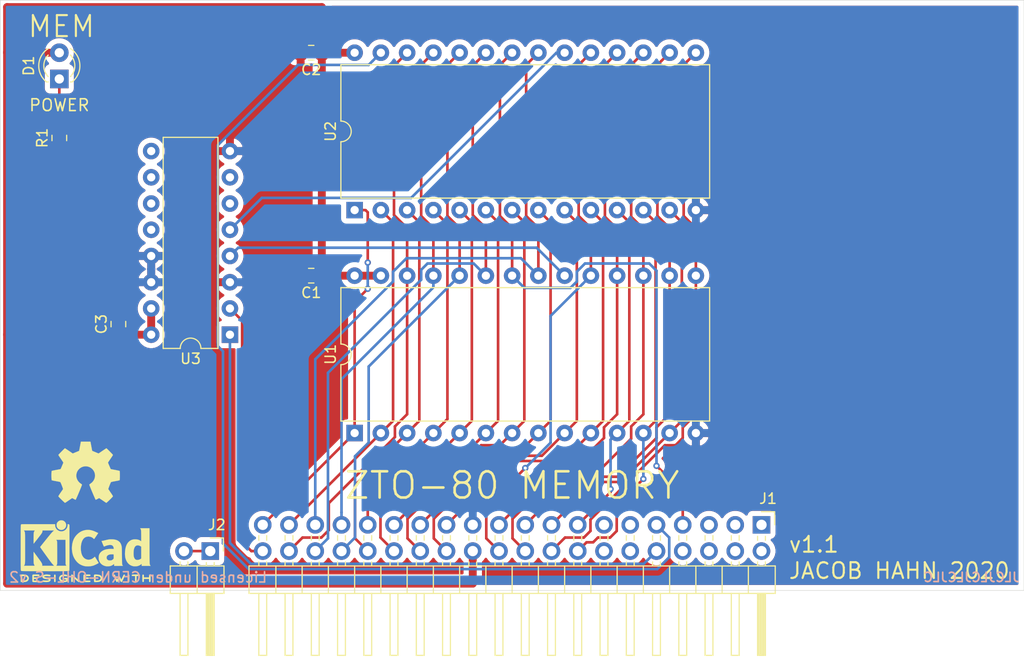
<source format=kicad_pcb>
(kicad_pcb (version 20171130) (host pcbnew "(5.1.5)-3")
  (layers (0 F.Cu signal) (31 B.Cu signal) (34 B.Paste user) (35 F.Paste user) (36 B.SilkS user) (37 F.SilkS user) (38 B.Mask user) (39 F.Mask user) (44 Edge.Cuts user))
  (net 0 "")
  (net 1 VCC)
  (net 2 "Net-(D1-Pad1)")
  (net 3 /USR4)
  (net 4 /USR3)
  (net 5 /USR2)
  (net 6 /USR1)
  (net 7 /RXB)
  (net 8 /TXB)
  (net 9 /RD)
  (net 10 /IORQ)
  (net 11 /WR)
  (net 12 /MREQ)
  (net 13 /INT)
  (net 14 /RST)
  (net 15 /M1)
  (net 16 /CLK)
  (net 17 /D0)
  (net 18 /D1)
  (net 19 /D2)
  (net 20 /D3)
  (net 21 /D4)
  (net 22 /D5)
  (net 23 /D6)
  (net 24 /D7)
  (net 25 GND)
  (net 26 /A0)
  (net 27 /A1)
  (net 28 /A2)
  (net 29 /A3)
  (net 30 /A4)
  (net 31 /A5)
  (net 32 /A6)
  (net 33 /A7)
  (net 34 /A8)
  (net 35 /A9)
  (net 36 /A10)
  (net 37 /A11)
  (net 38 /A12)
  (net 39 /A13)
  (net 40 /A14)
  (net 41 /A15)
  (net 42 /IEI)
  (net 43 /ROMCE)
  (net 44 /RAMCE)
  (net 45 "Net-(U3-Pad7)")
  (net 46 "Net-(U3-Pad6)")
  (net 47 "Net-(U3-Pad12)")
  (net 48 "Net-(U3-Pad11)")
  (net 49 "Net-(U3-Pad10)")
  (net 50 "Net-(U3-Pad9)")
  (module Connector_PinHeader_2.54mm:PinHeader_2x20_P2.54mm_Horizontal (layer F.Cu) (at 169.545 113.665 270)
    (fp_text reference J1 (at -2.54 -0.635 180) (layer F.SilkS))
    (fp_text value "ZTO-80 Bus")
    (pad 40 thru_hole oval (at 2.54 48.26 270) (size 1.7 1.7) (drill 1) (layers *.Cu *.Mask) (net 41 /A15))
    (pad 39 thru_hole oval (at 0 48.26 270) (size 1.7 1.7) (drill 1) (layers *.Cu *.Mask) (net 40 /A14))
    (pad 38 thru_hole oval (at 2.54 45.72 270) (size 1.7 1.7) (drill 1) (layers *.Cu *.Mask) (net 39 /A13))
    (pad 37 thru_hole oval (at 0 45.72 270) (size 1.7 1.7) (drill 1) (layers *.Cu *.Mask) (net 38 /A12))
    (pad 36 thru_hole oval (at 2.54 43.18 270) (size 1.7 1.7) (drill 1) (layers *.Cu *.Mask) (net 37 /A11))
    (pad 35 thru_hole oval (at 0 43.18 270) (size 1.7 1.7) (drill 1) (layers *.Cu *.Mask) (net 36 /A10))
    (pad 34 thru_hole oval (at 2.54 40.64 270) (size 1.7 1.7) (drill 1) (layers *.Cu *.Mask) (net 35 /A9))
    (pad 33 thru_hole oval (at 0 40.64 270) (size 1.7 1.7) (drill 1) (layers *.Cu *.Mask) (net 34 /A8))
    (pad 32 thru_hole oval (at 2.54 38.1 270) (size 1.7 1.7) (drill 1) (layers *.Cu *.Mask) (net 33 /A7))
    (pad 31 thru_hole oval (at 0 38.1 270) (size 1.7 1.7) (drill 1) (layers *.Cu *.Mask) (net 32 /A6))
    (pad 30 thru_hole oval (at 2.54 35.56 270) (size 1.7 1.7) (drill 1) (layers *.Cu *.Mask) (net 31 /A5))
    (pad 29 thru_hole oval (at 0 35.56 270) (size 1.7 1.7) (drill 1) (layers *.Cu *.Mask) (net 30 /A4))
    (pad 28 thru_hole oval (at 2.54 33.02 270) (size 1.7 1.7) (drill 1) (layers *.Cu *.Mask) (net 29 /A3))
    (pad 27 thru_hole oval (at 0 33.02 270) (size 1.7 1.7) (drill 1) (layers *.Cu *.Mask) (net 28 /A2))
    (pad 26 thru_hole oval (at 2.54 30.48 270) (size 1.7 1.7) (drill 1) (layers *.Cu *.Mask) (net 27 /A1))
    (pad 25 thru_hole oval (at 0 30.48 270) (size 1.7 1.7) (drill 1) (layers *.Cu *.Mask) (net 26 /A0))
    (pad 24 thru_hole oval (at 2.54 27.94 270) (size 1.7 1.7) (drill 1) (layers *.Cu *.Mask) (net 1 VCC))
    (pad 23 thru_hole oval (at 0 27.94 270) (size 1.7 1.7) (drill 1) (layers *.Cu *.Mask) (net 25 GND))
    (pad 22 thru_hole oval (at 2.54 25.4 270) (size 1.7 1.7) (drill 1) (layers *.Cu *.Mask) (net 24 /D7))
    (pad 21 thru_hole oval (at 0 25.4 270) (size 1.7 1.7) (drill 1) (layers *.Cu *.Mask) (net 23 /D6))
    (pad 20 thru_hole oval (at 2.54 22.86 270) (size 1.7 1.7) (drill 1) (layers *.Cu *.Mask) (net 22 /D5))
    (pad 19 thru_hole oval (at 0 22.86 270) (size 1.7 1.7) (drill 1) (layers *.Cu *.Mask) (net 21 /D4))
    (pad 18 thru_hole oval (at 2.54 20.32 270) (size 1.7 1.7) (drill 1) (layers *.Cu *.Mask) (net 20 /D3))
    (pad 17 thru_hole oval (at 0 20.32 270) (size 1.7 1.7) (drill 1) (layers *.Cu *.Mask) (net 19 /D2))
    (pad 16 thru_hole oval (at 2.54 17.78 270) (size 1.7 1.7) (drill 1) (layers *.Cu *.Mask) (net 18 /D1))
    (pad 15 thru_hole oval (at 0 17.78 270) (size 1.7 1.7) (drill 1) (layers *.Cu *.Mask) (net 17 /D0))
    (pad 14 thru_hole oval (at 2.54 15.24 270) (size 1.7 1.7) (drill 1) (layers *.Cu *.Mask) (net 16 /CLK))
    (pad 13 thru_hole oval (at 0 15.24 270) (size 1.7 1.7) (drill 1) (layers *.Cu *.Mask) (net 15 /M1))
    (pad 12 thru_hole oval (at 2.54 12.7 270) (size 1.7 1.7) (drill 1) (layers *.Cu *.Mask) (net 14 /RST))
    (pad 11 thru_hole oval (at 0 12.7 270) (size 1.7 1.7) (drill 1) (layers *.Cu *.Mask) (net 13 /INT))
    (pad 10 thru_hole oval (at 2.54 10.16 270) (size 1.7 1.7) (drill 1) (layers *.Cu *.Mask) (net 12 /MREQ))
    (pad 9 thru_hole oval (at 0 10.16 270) (size 1.7 1.7) (drill 1) (layers *.Cu *.Mask) (net 11 /WR))
    (pad 8 thru_hole oval (at 2.54 7.62 270) (size 1.7 1.7) (drill 1) (layers *.Cu *.Mask) (net 10 /IORQ))
    (pad 7 thru_hole oval (at 0 7.62 270) (size 1.7 1.7) (drill 1) (layers *.Cu *.Mask) (net 9 /RD))
    (pad 6 thru_hole oval (at 2.54 5.08 270) (size 1.7 1.7) (drill 1) (layers *.Cu *.Mask) (net 8 /TXB))
    (pad 5 thru_hole oval (at 0 5.08 270) (size 1.7 1.7) (drill 1) (layers *.Cu *.Mask) (net 7 /RXB))
    (pad 4 thru_hole oval (at 2.54 2.54 270) (size 1.7 1.7) (drill 1) (layers *.Cu *.Mask) (net 6 /USR1))
    (pad 3 thru_hole oval (at 0 2.54 270) (size 1.7 1.7) (drill 1) (layers *.Cu *.Mask) (net 5 /USR2))
    (pad 2 thru_hole oval (at 2.54 0 270) (size 1.7 1.7) (drill 1) (layers *.Cu *.Mask) (net 4 /USR3))
    (pad 1 thru_hole rect (at 0 0 270) (size 1.7 1.7) (drill 1) (layers *.Cu *.Mask) (net 3 /USR4))
  )
  (module Package_DIP:DIP-16_W7.62mm (layer F.Cu) (at 118.11 95.25 180)
    (fp_text reference U3 (at 3.81 -2.33) (layer F.SilkS))
    (fp_text value 74HC139)
    (pad 16 thru_hole oval (at 7.62 0 180) (size 1.6 1.6) (drill 0.8) (layers *.Cu *.Mask) (net 1 VCC))
    (pad 8 thru_hole oval (at 0 17.78 180) (size 1.6 1.6) (drill 0.8) (layers *.Cu *.Mask) (net 25 GND))
    (pad 15 thru_hole oval (at 7.62 2.54 180) (size 1.6 1.6) (drill 0.8) (layers *.Cu *.Mask) (net 1 VCC))
    (pad 7 thru_hole oval (at 0 15.24 180) (size 1.6 1.6) (drill 0.8) (layers *.Cu *.Mask) (net 45 "Net-(U3-Pad7)"))
    (pad 14 thru_hole oval (at 7.62 5.08 180) (size 1.6 1.6) (drill 0.8) (layers *.Cu *.Mask) (net 25 GND))
    (pad 6 thru_hole oval (at 0 12.7 180) (size 1.6 1.6) (drill 0.8) (layers *.Cu *.Mask) (net 46 "Net-(U3-Pad6)"))
    (pad 13 thru_hole oval (at 7.62 7.62 180) (size 1.6 1.6) (drill 0.8) (layers *.Cu *.Mask) (net 25 GND))
    (pad 5 thru_hole oval (at 0 10.16 180) (size 1.6 1.6) (drill 0.8) (layers *.Cu *.Mask) (net 44 /RAMCE))
    (pad 12 thru_hole oval (at 7.62 10.16 180) (size 1.6 1.6) (drill 0.8) (layers *.Cu *.Mask) (net 47 "Net-(U3-Pad12)"))
    (pad 4 thru_hole oval (at 0 7.62 180) (size 1.6 1.6) (drill 0.8) (layers *.Cu *.Mask) (net 43 /ROMCE))
    (pad 11 thru_hole oval (at 7.62 12.7 180) (size 1.6 1.6) (drill 0.8) (layers *.Cu *.Mask) (net 48 "Net-(U3-Pad11)"))
    (pad 3 thru_hole oval (at 0 5.08 180) (size 1.6 1.6) (drill 0.8) (layers *.Cu *.Mask) (net 25 GND))
    (pad 10 thru_hole oval (at 7.62 15.24 180) (size 1.6 1.6) (drill 0.8) (layers *.Cu *.Mask) (net 49 "Net-(U3-Pad10)"))
    (pad 2 thru_hole oval (at 0 2.54 180) (size 1.6 1.6) (drill 0.8) (layers *.Cu *.Mask) (net 41 /A15))
    (pad 9 thru_hole oval (at 7.62 17.78 180) (size 1.6 1.6) (drill 0.8) (layers *.Cu *.Mask) (net 50 "Net-(U3-Pad9)"))
    (pad 1 thru_hole rect (at 0 0 180) (size 1.6 1.6) (drill 0.8) (layers *.Cu *.Mask) (net 12 /MREQ))
  )
  (module Package_DIP:DIP-28_W15.24mm (layer F.Cu) (at 130.175 83.185 90)
    (fp_text reference U2 (at 7.62 -2.33 90) (layer F.SilkS))
    (fp_text value AS6C62256)
    (pad 1 thru_hole rect (at 0 0 90) (size 1.6 1.6) (drill 0.8) (layers *.Cu *.Mask) (net 40 /A14))
    (pad 15 thru_hole oval (at 15.24 33.02 90) (size 1.6 1.6) (drill 0.8) (layers *.Cu *.Mask) (net 20 /D3))
    (pad 2 thru_hole oval (at 0 2.54 90) (size 1.6 1.6) (drill 0.8) (layers *.Cu *.Mask) (net 38 /A12))
    (pad 16 thru_hole oval (at 15.24 30.48 90) (size 1.6 1.6) (drill 0.8) (layers *.Cu *.Mask) (net 21 /D4))
    (pad 3 thru_hole oval (at 0 5.08 90) (size 1.6 1.6) (drill 0.8) (layers *.Cu *.Mask) (net 33 /A7))
    (pad 17 thru_hole oval (at 15.24 27.94 90) (size 1.6 1.6) (drill 0.8) (layers *.Cu *.Mask) (net 22 /D5))
    (pad 4 thru_hole oval (at 0 7.62 90) (size 1.6 1.6) (drill 0.8) (layers *.Cu *.Mask) (net 32 /A6))
    (pad 18 thru_hole oval (at 15.24 25.4 90) (size 1.6 1.6) (drill 0.8) (layers *.Cu *.Mask) (net 23 /D6))
    (pad 5 thru_hole oval (at 0 10.16 90) (size 1.6 1.6) (drill 0.8) (layers *.Cu *.Mask) (net 31 /A5))
    (pad 19 thru_hole oval (at 15.24 22.86 90) (size 1.6 1.6) (drill 0.8) (layers *.Cu *.Mask) (net 24 /D7))
    (pad 6 thru_hole oval (at 0 12.7 90) (size 1.6 1.6) (drill 0.8) (layers *.Cu *.Mask) (net 30 /A4))
    (pad 20 thru_hole oval (at 15.24 20.32 90) (size 1.6 1.6) (drill 0.8) (layers *.Cu *.Mask) (net 44 /RAMCE))
    (pad 7 thru_hole oval (at 0 15.24 90) (size 1.6 1.6) (drill 0.8) (layers *.Cu *.Mask) (net 29 /A3))
    (pad 21 thru_hole oval (at 15.24 17.78 90) (size 1.6 1.6) (drill 0.8) (layers *.Cu *.Mask) (net 36 /A10))
    (pad 8 thru_hole oval (at 0 17.78 90) (size 1.6 1.6) (drill 0.8) (layers *.Cu *.Mask) (net 28 /A2))
    (pad 22 thru_hole oval (at 15.24 15.24 90) (size 1.6 1.6) (drill 0.8) (layers *.Cu *.Mask) (net 9 /RD))
    (pad 9 thru_hole oval (at 0 20.32 90) (size 1.6 1.6) (drill 0.8) (layers *.Cu *.Mask) (net 27 /A1))
    (pad 23 thru_hole oval (at 15.24 12.7 90) (size 1.6 1.6) (drill 0.8) (layers *.Cu *.Mask) (net 37 /A11))
    (pad 10 thru_hole oval (at 0 22.86 90) (size 1.6 1.6) (drill 0.8) (layers *.Cu *.Mask) (net 26 /A0))
    (pad 24 thru_hole oval (at 15.24 10.16 90) (size 1.6 1.6) (drill 0.8) (layers *.Cu *.Mask) (net 35 /A9))
    (pad 11 thru_hole oval (at 0 25.4 90) (size 1.6 1.6) (drill 0.8) (layers *.Cu *.Mask) (net 17 /D0))
    (pad 25 thru_hole oval (at 15.24 7.62 90) (size 1.6 1.6) (drill 0.8) (layers *.Cu *.Mask) (net 34 /A8))
    (pad 12 thru_hole oval (at 0 27.94 90) (size 1.6 1.6) (drill 0.8) (layers *.Cu *.Mask) (net 18 /D1))
    (pad 26 thru_hole oval (at 15.24 5.08 90) (size 1.6 1.6) (drill 0.8) (layers *.Cu *.Mask) (net 39 /A13))
    (pad 13 thru_hole oval (at 0 30.48 90) (size 1.6 1.6) (drill 0.8) (layers *.Cu *.Mask) (net 19 /D2))
    (pad 27 thru_hole oval (at 15.24 2.54 90) (size 1.6 1.6) (drill 0.8) (layers *.Cu *.Mask) (net 11 /WR))
    (pad 14 thru_hole oval (at 0 33.02 90) (size 1.6 1.6) (drill 0.8) (layers *.Cu *.Mask) (net 25 GND))
    (pad 28 thru_hole oval (at 15.24 0 90) (size 1.6 1.6) (drill 0.8) (layers *.Cu *.Mask) (net 1 VCC))
  )
  (module Package_DIP:DIP-28_W15.24mm (layer F.Cu) (at 130.175 104.775 90)
    (fp_text reference U1 (at 7.62 -2.33 90) (layer F.SilkS))
    (fp_text value 28C256)
    (pad 28 thru_hole oval (at 15.24 0 90) (size 1.6 1.6) (drill 0.8) (layers *.Cu *.Mask) (net 1 VCC))
    (pad 14 thru_hole oval (at 0 33.02 90) (size 1.6 1.6) (drill 0.8) (layers *.Cu *.Mask) (net 25 GND))
    (pad 27 thru_hole oval (at 15.24 2.54 90) (size 1.6 1.6) (drill 0.8) (layers *.Cu *.Mask) (net 1 VCC))
    (pad 13 thru_hole oval (at 0 30.48 90) (size 1.6 1.6) (drill 0.8) (layers *.Cu *.Mask) (net 19 /D2))
    (pad 26 thru_hole oval (at 15.24 5.08 90) (size 1.6 1.6) (drill 0.8) (layers *.Cu *.Mask) (net 39 /A13))
    (pad 12 thru_hole oval (at 0 27.94 90) (size 1.6 1.6) (drill 0.8) (layers *.Cu *.Mask) (net 18 /D1))
    (pad 25 thru_hole oval (at 15.24 7.62 90) (size 1.6 1.6) (drill 0.8) (layers *.Cu *.Mask) (net 34 /A8))
    (pad 11 thru_hole oval (at 0 25.4 90) (size 1.6 1.6) (drill 0.8) (layers *.Cu *.Mask) (net 17 /D0))
    (pad 24 thru_hole oval (at 15.24 10.16 90) (size 1.6 1.6) (drill 0.8) (layers *.Cu *.Mask) (net 35 /A9))
    (pad 10 thru_hole oval (at 0 22.86 90) (size 1.6 1.6) (drill 0.8) (layers *.Cu *.Mask) (net 26 /A0))
    (pad 23 thru_hole oval (at 15.24 12.7 90) (size 1.6 1.6) (drill 0.8) (layers *.Cu *.Mask) (net 37 /A11))
    (pad 9 thru_hole oval (at 0 20.32 90) (size 1.6 1.6) (drill 0.8) (layers *.Cu *.Mask) (net 27 /A1))
    (pad 22 thru_hole oval (at 15.24 15.24 90) (size 1.6 1.6) (drill 0.8) (layers *.Cu *.Mask) (net 9 /RD))
    (pad 8 thru_hole oval (at 0 17.78 90) (size 1.6 1.6) (drill 0.8) (layers *.Cu *.Mask) (net 28 /A2))
    (pad 21 thru_hole oval (at 15.24 17.78 90) (size 1.6 1.6) (drill 0.8) (layers *.Cu *.Mask) (net 36 /A10))
    (pad 7 thru_hole oval (at 0 15.24 90) (size 1.6 1.6) (drill 0.8) (layers *.Cu *.Mask) (net 29 /A3))
    (pad 20 thru_hole oval (at 15.24 20.32 90) (size 1.6 1.6) (drill 0.8) (layers *.Cu *.Mask) (net 43 /ROMCE))
    (pad 6 thru_hole oval (at 0 12.7 90) (size 1.6 1.6) (drill 0.8) (layers *.Cu *.Mask) (net 30 /A4))
    (pad 19 thru_hole oval (at 15.24 22.86 90) (size 1.6 1.6) (drill 0.8) (layers *.Cu *.Mask) (net 24 /D7))
    (pad 5 thru_hole oval (at 0 10.16 90) (size 1.6 1.6) (drill 0.8) (layers *.Cu *.Mask) (net 31 /A5))
    (pad 18 thru_hole oval (at 15.24 25.4 90) (size 1.6 1.6) (drill 0.8) (layers *.Cu *.Mask) (net 23 /D6))
    (pad 4 thru_hole oval (at 0 7.62 90) (size 1.6 1.6) (drill 0.8) (layers *.Cu *.Mask) (net 32 /A6))
    (pad 17 thru_hole oval (at 15.24 27.94 90) (size 1.6 1.6) (drill 0.8) (layers *.Cu *.Mask) (net 22 /D5))
    (pad 3 thru_hole oval (at 0 5.08 90) (size 1.6 1.6) (drill 0.8) (layers *.Cu *.Mask) (net 33 /A7))
    (pad 16 thru_hole oval (at 15.24 30.48 90) (size 1.6 1.6) (drill 0.8) (layers *.Cu *.Mask) (net 21 /D4))
    (pad 2 thru_hole oval (at 0 2.54 90) (size 1.6 1.6) (drill 0.8) (layers *.Cu *.Mask) (net 38 /A12))
    (pad 15 thru_hole oval (at 15.24 33.02 90) (size 1.6 1.6) (drill 0.8) (layers *.Cu *.Mask) (net 20 /D3))
    (pad 1 thru_hole rect (at 0 0 90) (size 1.6 1.6) (drill 0.8) (layers *.Cu *.Mask) (net 40 /A14))
  )
  (module Capacitor_SMD:C_0805_2012Metric_Pad1.15x1.40mm_HandSolder (layer F.Cu) (at 107.315 94.225 90)
    (fp_text reference C3 (at 0 -1.65 90) (layer F.SilkS))
    (fp_text value .1u)
    (pad 2 smd roundrect (at 1.025 0 90) (size 1.15 1.4) (layers F.Cu F.Paste F.Mask) (roundrect_rratio 0.217391) (net 25 GND))
    (pad 1 smd roundrect (at -1.025 0 90) (size 1.15 1.4) (layers F.Cu F.Paste F.Mask) (roundrect_rratio 0.217391) (net 1 VCC))
  )
  (module Capacitor_SMD:C_0805_2012Metric_Pad1.15x1.40mm_HandSolder (layer F.Cu) (at 125.975 67.945 180)
    (fp_text reference C2 (at 0 -1.65) (layer F.SilkS))
    (fp_text value .1u)
    (pad 2 smd roundrect (at 1.025 0 180) (size 1.15 1.4) (layers F.Cu F.Paste F.Mask) (roundrect_rratio 0.217391) (net 25 GND))
    (pad 1 smd roundrect (at -1.025 0 180) (size 1.15 1.4) (layers F.Cu F.Paste F.Mask) (roundrect_rratio 0.217391) (net 1 VCC))
  )
  (module Capacitor_SMD:C_0805_2012Metric_Pad1.15x1.40mm_HandSolder (layer F.Cu) (at 125.975 89.535 180)
    (fp_text reference C1 (at 0 -1.65) (layer F.SilkS))
    (fp_text value .1u)
    (pad 2 smd roundrect (at 1.025 0 180) (size 1.15 1.4) (layers F.Cu F.Paste F.Mask) (roundrect_rratio 0.217391) (net 25 GND))
    (pad 1 smd roundrect (at -1.025 0 180) (size 1.15 1.4) (layers F.Cu F.Paste F.Mask) (roundrect_rratio 0.217391) (net 1 VCC))
  )
  (module Symbol:OSHW-Symbol_6.7x6mm_SilkScreen (layer F.Cu) (at 104.14 108.585)
    (fp_text reference REF** hide)
    (fp_text value OSHW-Symbol_6.7x6mm_SilkScreen hide)
  )
  (module Symbol:KiCad-Logo2_5mm_SilkScreen (layer F.Cu) (at 104.14 116.205)
    (fp_text reference REF** hide)
    (fp_text value KiCad-Logo2_5mm_SilkScreen hide)
  )
  (module Connector_PinHeader_2.54mm:PinHeader_1x02_P2.54mm_Horizontal (layer F.Cu) (at 116.205 116.205 270)
    (fp_text reference J2 (at -2.54 -0.635 180) (layer F.SilkS))
    (fp_text value Conn_01x02)
    (pad 2 thru_hole oval (at 0 2.54 270) (size 1.7 1.7) (drill 1) (layers *.Cu *.Mask) (net 42 /IEI))
    (pad 1 thru_hole rect (at 0 0 270) (size 1.7 1.7) (drill 1) (layers *.Cu *.Mask) (net 42 /IEI))
  )
  (module Resistor_SMD:R_0805_2012Metric_Pad1.15x1.40mm_HandSolder (layer F.Cu) (at 101.6 76.2 90)
    (fp_text reference R1 (at 0 -1.65 90) (layer F.SilkS))
    (fp_text value 220)
    (pad 2 smd roundrect (at 1.025 0 90) (size 1.15 1.4) (layers F.Cu F.Paste F.Mask) (roundrect_rratio 0.217391) (net 2 "Net-(D1-Pad1)"))
    (pad 1 smd roundrect (at -1.025 0 90) (size 1.15 1.4) (layers F.Cu F.Paste F.Mask) (roundrect_rratio 0.217391) (net 25 GND))
  )
  (module LED_THT:LED_D3.0mm (layer F.Cu) (at 101.6 70.485 90)
    (fp_text reference D1 (at 1.27 -2.96 90) (layer F.SilkS))
    (fp_text value "LED 3MM RED")
    (pad 2 thru_hole circle (at 2.54 0 90) (size 1.8 1.8) (drill 0.9) (layers *.Cu *.Mask) (net 1 VCC))
    (pad 1 thru_hole rect (at 0 0 90) (size 1.8 1.8) (drill 0.9) (layers *.Cu *.Mask) (net 2 "Net-(D1-Pad1)"))
  )
  (gr_text "Licensed under CERN-OHL-S v2" (at 109.22 118.745) (layer B.SilkS) (effects (font (size 1 1)) (justify mirror)))
  (gr_text v1.1 (at 172.085 115.57) (layer F.SilkS) (effects (font (size 1.524 1.524) (thickness 0.2032)) (justify left)))
  (gr_text "ZTO-80 MEMORY" (at 145.415 109.855) (layer F.SilkS) (effects (font (size 2.54 2.54) (thickness 0.254))))
  (gr_text POWER (at 101.6 73.025) (layer F.SilkS) (effects (font (size 1.143 1.143) (thickness 0.1524))))
  (gr_text JLCJLCJLCJLC (at 189.865 118.745) (layer B.SilkS) (effects (font (size 0.899998 0.899998) (thickness 0.159995)) (justify mirror)))
  (gr_text "JACOB HAHN 2020" (at 182.88 118.11) (layer F.SilkS) (effects (font (size 1.524 1.524) (thickness 0.2032))))
  (gr_text MEM (at 98.425 65.405) (layer F.SilkS) (effects (font (size 2.032 2.032) (thickness 0.2032)) (justify left)))
  (gr_line (start 95.885 120.015) (end 95.885 62.865) (layer Edge.Cuts) (width 0.05))
  (gr_line (start 194.945 120.015) (end 95.885 120.015) (layer Edge.Cuts) (width 0.05))
  (gr_line (start 194.945 62.865) (end 194.945 120.015) (layer Edge.Cuts) (width 0.05))
  (gr_line (start 95.885 62.865) (end 194.945 62.865) (layer Edge.Cuts) (width 0.05))
  (segment (start 141.605 116.205) (end 141.605 119.35499) (width 0.762) (layer F.Cu) (net 1))
  (segment (start 141.605 119.35499) (end 96.54501 119.35499) (width 0.762) (layer F.Cu) (net 1))
  (segment (start 96.54501 119.35499) (end 96.54501 67.91999) (width 0.762) (layer F.Cu) (net 1))
  (segment (start 130.175 89.535) (end 132.715 89.535) (width 0.762) (layer F.Cu) (net 1))
  (segment (start 96.54501 67.91999) (end 96.54501 63.52501) (width 0.762) (layer F.Cu) (net 1))
  (segment (start 96.54501 63.52501) (end 127 63.52501) (width 0.762) (layer F.Cu) (net 1))
  (segment (start 127 63.52501) (end 127 67.945) (width 0.762) (layer F.Cu) (net 1))
  (segment (start 127 67.945) (end 130.175 67.945) (width 0.762) (layer F.Cu) (net 1))
  (segment (start 127 67.945) (end 127 89.535) (width 0.762) (layer F.Cu) (net 1))
  (segment (start 130.175 89.535) (end 127 89.535) (width 0.762) (layer F.Cu) (net 1))
  (segment (start 110.49 92.71) (end 110.49 95.25) (width 0.762) (layer F.Cu) (net 1))
  (segment (start 110.49 95.25) (end 107.315 95.25) (width 0.762) (layer F.Cu) (net 1))
  (segment (start 107.315 95.25) (end 96.54501 95.25) (width 0.762) (layer F.Cu) (net 1))
  (segment (start 96.57002 67.945) (end 101.6 67.945) (width 0.762) (layer F.Cu) (net 1))
  (segment (start 96.54501 67.91999) (end 96.57002 67.945) (width 0.762) (layer F.Cu) (net 1))
  (segment (start 101.6 75.175) (end 101.6 70.485) (width 0.254) (layer F.Cu) (net 2))
  (segment (start 144.615001 68.744999) (end 145.415 67.945) (width 0.254) (layer F.Cu) (net 9))
  (segment (start 144.233999 69.126001) (end 144.615001 68.744999) (width 0.254) (layer F.Cu) (net 9))
  (segment (start 145.415 84.932882) (end 144.233999 83.751881) (width 0.254) (layer F.Cu) (net 9))
  (segment (start 144.233999 83.751881) (end 144.233999 69.126001) (width 0.254) (layer F.Cu) (net 9))
  (segment (start 145.415 89.535) (end 145.415 84.932882) (width 0.254) (layer F.Cu) (net 9))
  (via (at 159.385 107.95) (size 0.6096) (drill 0.3048) (layers F.Cu B.Cu) (net 9))
  (segment (start 161.925 113.665) (end 161.925 110.49) (width 0.254) (layer F.Cu) (net 9))
  (segment (start 161.925 110.49) (end 159.385 107.95) (width 0.254) (layer F.Cu) (net 9))
  (segment (start 146.214999 90.334999) (end 145.415 89.535) (width 0.254) (layer B.Cu) (net 9))
  (segment (start 151.061881 90.716001) (end 146.596001 90.716001) (width 0.254) (layer B.Cu) (net 9))
  (segment (start 146.596001 90.716001) (end 146.214999 90.334999) (width 0.254) (layer B.Cu) (net 9))
  (segment (start 151.676001 90.101881) (end 151.061881 90.716001) (width 0.254) (layer B.Cu) (net 9))
  (segment (start 152.468119 88.353999) (end 151.676001 89.146117) (width 0.254) (layer B.Cu) (net 9))
  (segment (start 151.676001 89.146117) (end 151.676001 90.101881) (width 0.254) (layer B.Cu) (net 9))
  (segment (start 158.681881 88.353999) (end 152.468119 88.353999) (width 0.254) (layer B.Cu) (net 9))
  (segment (start 159.385 89.057118) (end 158.681881 88.353999) (width 0.254) (layer B.Cu) (net 9))
  (segment (start 159.385 107.95) (end 159.385 89.057118) (width 0.254) (layer B.Cu) (net 9))
  (segment (start 131.915001 68.744999) (end 132.715 67.945) (width 0.254) (layer B.Cu) (net 11))
  (segment (start 131.533999 69.126001) (end 131.915001 68.744999) (width 0.254) (layer B.Cu) (net 11))
  (segment (start 116.928999 76.903119) (end 124.706117 69.126001) (width 0.254) (layer B.Cu) (net 11))
  (segment (start 116.928999 96.354801) (end 116.928999 76.903119) (width 0.254) (layer B.Cu) (net 11))
  (segment (start 117.436001 115.460237) (end 117.436001 96.861803) (width 0.254) (layer B.Cu) (net 11))
  (segment (start 119.919774 117.94401) (end 117.436001 115.460237) (width 0.254) (layer B.Cu) (net 11))
  (segment (start 159.467872 117.94401) (end 119.919774 117.94401) (width 0.254) (layer B.Cu) (net 11))
  (segment (start 117.436001 96.861803) (end 116.928999 96.354801) (width 0.254) (layer B.Cu) (net 11))
  (segment (start 160.616001 116.795881) (end 159.467872 117.94401) (width 0.254) (layer B.Cu) (net 11))
  (segment (start 160.616001 114.896001) (end 160.616001 116.795881) (width 0.254) (layer B.Cu) (net 11))
  (segment (start 124.706117 69.126001) (end 131.533999 69.126001) (width 0.254) (layer B.Cu) (net 11))
  (segment (start 159.385 113.665) (end 160.616001 114.896001) (width 0.254) (layer B.Cu) (net 11))
  (segment (start 118.11 95.25) (end 118.11 115.415802) (width 0.254) (layer B.Cu) (net 12))
  (segment (start 118.11 115.415802) (end 120.130199 117.436001) (width 0.254) (layer B.Cu) (net 12))
  (segment (start 120.130199 117.436001) (end 158.153999 117.436001) (width 0.254) (layer B.Cu) (net 12))
  (segment (start 158.153999 117.436001) (end 158.535001 117.054999) (width 0.254) (layer B.Cu) (net 12))
  (segment (start 158.535001 117.054999) (end 159.385 116.205) (width 0.254) (layer B.Cu) (net 12))
  (segment (start 156.374999 83.984999) (end 155.575 83.185) (width 0.254) (layer F.Cu) (net 17))
  (segment (start 156.756001 84.366001) (end 156.374999 83.984999) (width 0.254) (layer F.Cu) (net 17))
  (segment (start 156.756001 103.593999) (end 156.756001 84.366001) (width 0.254) (layer F.Cu) (net 17))
  (segment (start 155.575 104.775) (end 156.756001 103.593999) (width 0.254) (layer F.Cu) (net 17))
  (via (at 154.94 110.197868) (size 0.6096) (drill 0.3048) (layers F.Cu B.Cu) (net 17))
  (segment (start 151.765 113.665) (end 154.94 110.49) (width 0.254) (layer F.Cu) (net 17))
  (segment (start 154.94 110.49) (end 154.94 110.197868) (width 0.254) (layer F.Cu) (net 17))
  (segment (start 154.94 105.41) (end 155.575 104.775) (width 0.254) (layer B.Cu) (net 17))
  (segment (start 154.94 110.197868) (end 154.94 105.41) (width 0.254) (layer B.Cu) (net 17))
  (segment (start 159.296001 84.366001) (end 158.914999 83.984999) (width 0.254) (layer F.Cu) (net 18))
  (segment (start 158.914999 83.984999) (end 158.115 83.185) (width 0.254) (layer F.Cu) (net 18))
  (segment (start 159.296001 103.593999) (end 159.296001 84.366001) (width 0.254) (layer F.Cu) (net 18))
  (segment (start 158.115 104.775) (end 159.296001 103.593999) (width 0.254) (layer F.Cu) (net 18))
  (via (at 158.115 109.22) (size 0.6096) (drill 0.3048) (layers F.Cu B.Cu) (net 18))
  (segment (start 155.536001 111.798999) (end 158.115 109.22) (width 0.254) (layer F.Cu) (net 18))
  (segment (start 152.614999 115.355001) (end 153.255119 115.355001) (width 0.254) (layer F.Cu) (net 18))
  (segment (start 151.765 116.205) (end 152.614999 115.355001) (width 0.254) (layer F.Cu) (net 18))
  (segment (start 153.714119 114.896001) (end 154.895881 114.896001) (width 0.254) (layer F.Cu) (net 18))
  (segment (start 154.895881 114.896001) (end 155.536001 114.255881) (width 0.254) (layer F.Cu) (net 18))
  (segment (start 155.536001 114.255881) (end 155.536001 111.798999) (width 0.254) (layer F.Cu) (net 18))
  (segment (start 153.255119 115.355001) (end 153.714119 114.896001) (width 0.254) (layer F.Cu) (net 18))
  (segment (start 158.115 109.22) (end 158.115 104.775) (width 0.254) (layer B.Cu) (net 18))
  (segment (start 161.454999 83.984999) (end 160.655 83.185) (width 0.254) (layer F.Cu) (net 19))
  (segment (start 161.836001 84.366001) (end 161.454999 83.984999) (width 0.254) (layer F.Cu) (net 19))
  (segment (start 161.836001 103.593999) (end 161.836001 84.366001) (width 0.254) (layer F.Cu) (net 19))
  (segment (start 160.655 104.775) (end 161.836001 103.593999) (width 0.254) (layer F.Cu) (net 19))
  (segment (start 159.855001 105.574999) (end 160.655 104.775) (width 0.254) (layer F.Cu) (net 19))
  (segment (start 153.377932 109.512068) (end 155.917932 109.512068) (width 0.254) (layer F.Cu) (net 19))
  (segment (start 155.917932 109.512068) (end 159.855001 105.574999) (width 0.254) (layer F.Cu) (net 19))
  (segment (start 149.225 113.665) (end 153.377932 109.512068) (width 0.254) (layer F.Cu) (net 19))
  (segment (start 162.395001 68.744999) (end 163.195 67.945) (width 0.254) (layer F.Cu) (net 20))
  (segment (start 162.013999 83.751881) (end 162.013999 69.126001) (width 0.254) (layer F.Cu) (net 20))
  (segment (start 162.013999 69.126001) (end 162.395001 68.744999) (width 0.254) (layer F.Cu) (net 20))
  (segment (start 163.195 84.932882) (end 162.013999 83.751881) (width 0.254) (layer F.Cu) (net 20))
  (segment (start 163.195 89.535) (end 163.195 84.932882) (width 0.254) (layer F.Cu) (net 20))
  (segment (start 163.195 90.66637) (end 163.195 89.535) (width 0.254) (layer F.Cu) (net 20))
  (segment (start 161.925 104.223434) (end 163.195 102.953434) (width 0.254) (layer F.Cu) (net 20))
  (segment (start 161.925 105.252882) (end 161.925 104.223434) (width 0.254) (layer F.Cu) (net 20))
  (segment (start 161.221881 105.956001) (end 161.925 105.252882) (width 0.254) (layer F.Cu) (net 20))
  (segment (start 160.192433 105.956001) (end 161.221881 105.956001) (width 0.254) (layer F.Cu) (net 20))
  (segment (start 152.996001 114.255881) (end 152.996001 113.152433) (width 0.254) (layer F.Cu) (net 20))
  (segment (start 152.355881 114.896001) (end 152.996001 114.255881) (width 0.254) (layer F.Cu) (net 20))
  (segment (start 152.996001 113.152433) (end 160.192433 105.956001) (width 0.254) (layer F.Cu) (net 20))
  (segment (start 150.533999 114.896001) (end 152.355881 114.896001) (width 0.254) (layer F.Cu) (net 20))
  (segment (start 163.195 102.953434) (end 163.195 90.66637) (width 0.254) (layer F.Cu) (net 20))
  (segment (start 149.225 116.205) (end 150.533999 114.896001) (width 0.254) (layer F.Cu) (net 20))
  (segment (start 159.473999 69.126001) (end 159.855001 68.744999) (width 0.254) (layer F.Cu) (net 21))
  (segment (start 159.855001 68.744999) (end 160.655 67.945) (width 0.254) (layer F.Cu) (net 21))
  (segment (start 159.473999 83.751881) (end 159.473999 69.126001) (width 0.254) (layer F.Cu) (net 21))
  (segment (start 160.655 84.932882) (end 159.473999 83.751881) (width 0.254) (layer F.Cu) (net 21))
  (segment (start 160.655 89.535) (end 160.655 84.932882) (width 0.254) (layer F.Cu) (net 21))
  (segment (start 160.655 102.953434) (end 160.655 90.66637) (width 0.254) (layer F.Cu) (net 21))
  (segment (start 159.385 104.223434) (end 160.655 102.953434) (width 0.254) (layer F.Cu) (net 21))
  (segment (start 160.655 90.66637) (end 160.655 89.535) (width 0.254) (layer F.Cu) (net 21))
  (segment (start 159.385 105.252882) (end 159.385 104.223434) (width 0.254) (layer F.Cu) (net 21))
  (segment (start 155.633823 109.004059) (end 159.385 105.252882) (width 0.254) (layer F.Cu) (net 21))
  (segment (start 151.345941 109.004059) (end 155.633823 109.004059) (width 0.254) (layer F.Cu) (net 21))
  (segment (start 146.685 113.665) (end 151.345941 109.004059) (width 0.254) (layer F.Cu) (net 21))
  (segment (start 156.933999 83.825565) (end 156.933999 69.126001) (width 0.254) (layer F.Cu) (net 22))
  (segment (start 158.115 85.006566) (end 156.933999 83.825565) (width 0.254) (layer F.Cu) (net 22))
  (segment (start 157.315001 68.744999) (end 158.115 67.945) (width 0.254) (layer F.Cu) (net 22))
  (segment (start 156.933999 69.126001) (end 157.315001 68.744999) (width 0.254) (layer F.Cu) (net 22))
  (segment (start 158.115 89.535) (end 158.115 85.006566) (width 0.254) (layer F.Cu) (net 22))
  (segment (start 146.685 116.205) (end 145.453999 114.973999) (width 0.254) (layer F.Cu) (net 22))
  (segment (start 145.453999 114.973999) (end 145.453999 113.074435) (width 0.254) (layer F.Cu) (net 22))
  (segment (start 158.115 102.953434) (end 158.115 90.66637) (width 0.254) (layer F.Cu) (net 22))
  (segment (start 156.933999 104.134435) (end 158.115 102.953434) (width 0.254) (layer F.Cu) (net 22))
  (segment (start 158.115 90.66637) (end 158.115 89.535) (width 0.254) (layer F.Cu) (net 22))
  (segment (start 156.933999 105.321001) (end 156.933999 104.134435) (width 0.254) (layer F.Cu) (net 22))
  (segment (start 153.75895 108.49605) (end 156.933999 105.321001) (width 0.254) (layer F.Cu) (net 22))
  (segment (start 150.032384 108.49605) (end 153.75895 108.49605) (width 0.254) (layer F.Cu) (net 22))
  (segment (start 145.453999 113.074435) (end 150.032384 108.49605) (width 0.254) (layer F.Cu) (net 22))
  (segment (start 154.775001 68.744999) (end 155.575 67.945) (width 0.254) (layer F.Cu) (net 23))
  (segment (start 154.393999 69.126001) (end 154.775001 68.744999) (width 0.254) (layer F.Cu) (net 23))
  (segment (start 154.393999 83.825565) (end 154.393999 69.126001) (width 0.254) (layer F.Cu) (net 23))
  (segment (start 155.575 85.006566) (end 154.393999 83.825565) (width 0.254) (layer F.Cu) (net 23))
  (segment (start 155.575 89.535) (end 155.575 85.006566) (width 0.254) (layer F.Cu) (net 23))
  (segment (start 155.575 90.66637) (end 155.575 89.535) (width 0.254) (layer F.Cu) (net 23))
  (segment (start 155.575 102.953434) (end 155.575 90.66637) (width 0.254) (layer F.Cu) (net 23))
  (segment (start 154.305 104.223434) (end 155.575 102.953434) (width 0.254) (layer F.Cu) (net 23))
  (segment (start 151.569842 107.98804) (end 154.305 105.252882) (width 0.254) (layer F.Cu) (net 23))
  (segment (start 149.82196 107.98804) (end 151.569842 107.98804) (width 0.254) (layer F.Cu) (net 23))
  (segment (start 154.305 105.252882) (end 154.305 104.223434) (width 0.254) (layer F.Cu) (net 23))
  (segment (start 144.145 113.665) (end 149.82196 107.98804) (width 0.254) (layer F.Cu) (net 23))
  (segment (start 152.235001 68.744999) (end 153.035 67.945) (width 0.254) (layer F.Cu) (net 24))
  (segment (start 151.853999 69.126001) (end 152.235001 68.744999) (width 0.254) (layer F.Cu) (net 24))
  (segment (start 153.035 84.932882) (end 151.853999 83.751881) (width 0.254) (layer F.Cu) (net 24))
  (segment (start 151.853999 83.751881) (end 151.853999 69.126001) (width 0.254) (layer F.Cu) (net 24))
  (segment (start 153.035 89.535) (end 153.035 84.932882) (width 0.254) (layer F.Cu) (net 24))
  (via (at 146.685 108.165831) (size 0.6096) (drill 0.3048) (layers F.Cu B.Cu) (net 24))
  (segment (start 142.913999 111.936832) (end 146.685 108.165831) (width 0.254) (layer F.Cu) (net 24))
  (segment (start 144.145 116.205) (end 142.913999 114.973999) (width 0.254) (layer F.Cu) (net 24))
  (segment (start 142.913999 114.973999) (end 142.913999 111.936832) (width 0.254) (layer F.Cu) (net 24))
  (segment (start 152.235001 90.334999) (end 153.035 89.535) (width 0.254) (layer B.Cu) (net 24))
  (segment (start 149.136001 93.433999) (end 152.235001 90.334999) (width 0.254) (layer B.Cu) (net 24))
  (segment (start 149.136001 105.71483) (end 149.136001 93.433999) (width 0.254) (layer B.Cu) (net 24))
  (segment (start 146.685 108.165831) (end 149.136001 105.71483) (width 0.254) (layer B.Cu) (net 24))
  (segment (start 153.834999 83.984999) (end 153.035 83.185) (width 0.254) (layer F.Cu) (net 26))
  (segment (start 154.216001 84.366001) (end 153.834999 83.984999) (width 0.254) (layer F.Cu) (net 26))
  (segment (start 154.216001 103.593999) (end 154.216001 84.366001) (width 0.254) (layer F.Cu) (net 26))
  (segment (start 153.035 104.775) (end 154.216001 103.593999) (width 0.254) (layer F.Cu) (net 26))
  (segment (start 145.249969 107.480031) (end 139.914999 112.815001) (width 0.254) (layer F.Cu) (net 26))
  (segment (start 139.914999 112.815001) (end 139.065 113.665) (width 0.254) (layer F.Cu) (net 26))
  (segment (start 150.329969 107.480031) (end 145.249969 107.480031) (width 0.254) (layer F.Cu) (net 26))
  (segment (start 153.035 104.775) (end 150.329969 107.480031) (width 0.254) (layer F.Cu) (net 26))
  (segment (start 151.676001 84.366001) (end 151.294999 83.984999) (width 0.254) (layer F.Cu) (net 27))
  (segment (start 151.294999 83.984999) (end 150.495 83.185) (width 0.254) (layer F.Cu) (net 27))
  (segment (start 151.676001 103.593999) (end 151.676001 84.366001) (width 0.254) (layer F.Cu) (net 27))
  (segment (start 150.495 104.775) (end 151.676001 103.593999) (width 0.254) (layer F.Cu) (net 27))
  (segment (start 138.43 115.57) (end 139.065 116.205) (width 0.254) (layer F.Cu) (net 27))
  (segment (start 150.495 104.775) (end 148.297979 106.972021) (width 0.254) (layer F.Cu) (net 27))
  (segment (start 137.833999 113.074435) (end 137.833999 114.973999) (width 0.254) (layer F.Cu) (net 27))
  (segment (start 148.297979 106.972021) (end 143.936413 106.972021) (width 0.254) (layer F.Cu) (net 27))
  (segment (start 143.936413 106.972021) (end 137.833999 113.074435) (width 0.254) (layer F.Cu) (net 27))
  (segment (start 137.833999 114.973999) (end 138.43 115.57) (width 0.254) (layer F.Cu) (net 27))
  (segment (start 148.754999 83.984999) (end 147.955 83.185) (width 0.254) (layer F.Cu) (net 28))
  (segment (start 149.136001 103.593999) (end 149.136001 84.366001) (width 0.254) (layer F.Cu) (net 28))
  (segment (start 149.136001 84.366001) (end 148.754999 83.984999) (width 0.254) (layer F.Cu) (net 28))
  (segment (start 147.955 104.775) (end 149.136001 103.593999) (width 0.254) (layer F.Cu) (net 28))
  (segment (start 146.265989 106.464011) (end 147.155001 105.574999) (width 0.254) (layer F.Cu) (net 28))
  (segment (start 136.525 113.665) (end 143.725989 106.464011) (width 0.254) (layer F.Cu) (net 28))
  (segment (start 147.155001 105.574999) (end 147.955 104.775) (width 0.254) (layer F.Cu) (net 28))
  (segment (start 143.725989 106.464011) (end 146.265989 106.464011) (width 0.254) (layer F.Cu) (net 28))
  (segment (start 146.214999 83.984999) (end 145.415 83.185) (width 0.254) (layer F.Cu) (net 29))
  (segment (start 146.596001 84.366001) (end 146.214999 83.984999) (width 0.254) (layer F.Cu) (net 29))
  (segment (start 146.596001 103.593999) (end 146.596001 84.366001) (width 0.254) (layer F.Cu) (net 29))
  (segment (start 145.415 104.775) (end 146.596001 103.593999) (width 0.254) (layer F.Cu) (net 29))
  (segment (start 142.412117 105.956001) (end 144.233999 105.956001) (width 0.254) (layer F.Cu) (net 29))
  (segment (start 135.293999 113.074119) (end 142.412117 105.956001) (width 0.254) (layer F.Cu) (net 29))
  (segment (start 144.615001 105.574999) (end 145.415 104.775) (width 0.254) (layer F.Cu) (net 29))
  (segment (start 135.293999 114.973999) (end 135.293999 113.074119) (width 0.254) (layer F.Cu) (net 29))
  (segment (start 144.233999 105.956001) (end 144.615001 105.574999) (width 0.254) (layer F.Cu) (net 29))
  (segment (start 136.525 116.205) (end 135.293999 114.973999) (width 0.254) (layer F.Cu) (net 29))
  (segment (start 143.674999 83.984999) (end 142.875 83.185) (width 0.254) (layer F.Cu) (net 30))
  (segment (start 144.056001 84.366001) (end 143.674999 83.984999) (width 0.254) (layer F.Cu) (net 30))
  (segment (start 144.056001 103.593999) (end 144.056001 84.366001) (width 0.254) (layer F.Cu) (net 30))
  (segment (start 142.875 104.775) (end 144.056001 103.593999) (width 0.254) (layer F.Cu) (net 30))
  (segment (start 134.834999 112.809565) (end 142.069565 105.574999) (width 0.254) (layer F.Cu) (net 30))
  (segment (start 134.834999 112.815001) (end 134.834999 112.809565) (width 0.254) (layer F.Cu) (net 30))
  (segment (start 142.075001 105.574999) (end 142.875 104.775) (width 0.254) (layer F.Cu) (net 30))
  (segment (start 142.069565 105.574999) (end 142.075001 105.574999) (width 0.254) (layer F.Cu) (net 30))
  (segment (start 133.985 113.665) (end 134.834999 112.815001) (width 0.254) (layer F.Cu) (net 30))
  (segment (start 139.535001 105.574999) (end 140.335 104.775) (width 0.254) (layer F.Cu) (net 31))
  (segment (start 132.676001 114.896001) (end 132.676001 112.433999) (width 0.254) (layer F.Cu) (net 31))
  (segment (start 132.676001 112.433999) (end 139.535001 105.574999) (width 0.254) (layer F.Cu) (net 31))
  (segment (start 133.985 116.205) (end 132.676001 114.896001) (width 0.254) (layer F.Cu) (net 31))
  (segment (start 141.134999 83.984999) (end 140.335 83.185) (width 0.254) (layer F.Cu) (net 31))
  (segment (start 141.516001 84.366001) (end 141.134999 83.984999) (width 0.254) (layer F.Cu) (net 31))
  (segment (start 141.516001 103.593999) (end 141.516001 84.366001) (width 0.254) (layer F.Cu) (net 31))
  (segment (start 140.335 104.775) (end 141.516001 103.593999) (width 0.254) (layer F.Cu) (net 31))
  (segment (start 131.445 111.125) (end 137.795 104.775) (width 0.254) (layer F.Cu) (net 32))
  (segment (start 131.445 113.665) (end 131.445 111.125) (width 0.254) (layer F.Cu) (net 32))
  (segment (start 138.594999 83.984999) (end 137.795 83.185) (width 0.254) (layer F.Cu) (net 32))
  (segment (start 139.153999 84.543999) (end 138.594999 83.984999) (width 0.254) (layer F.Cu) (net 32))
  (segment (start 139.153999 103.416001) (end 139.153999 84.543999) (width 0.254) (layer F.Cu) (net 32))
  (segment (start 137.795 104.775) (end 139.153999 103.416001) (width 0.254) (layer F.Cu) (net 32))
  (segment (start 136.054999 103.975001) (end 135.255 104.775) (width 0.254) (layer F.Cu) (net 33))
  (segment (start 136.436001 103.593999) (end 136.054999 103.975001) (width 0.254) (layer F.Cu) (net 33))
  (segment (start 136.436001 84.366001) (end 136.436001 103.593999) (width 0.254) (layer F.Cu) (net 33))
  (segment (start 135.255 83.185) (end 136.436001 84.366001) (width 0.254) (layer F.Cu) (net 33))
  (segment (start 134.455001 105.574999) (end 135.255 104.775) (width 0.254) (layer F.Cu) (net 33))
  (segment (start 130.213999 109.816001) (end 134.455001 105.574999) (width 0.254) (layer F.Cu) (net 33))
  (segment (start 130.213999 114.973999) (end 130.213999 109.816001) (width 0.254) (layer F.Cu) (net 33))
  (segment (start 131.445 116.205) (end 130.213999 114.973999) (width 0.254) (layer F.Cu) (net 33))
  (segment (start 136.613999 69.126001) (end 136.995001 68.744999) (width 0.254) (layer F.Cu) (net 34))
  (segment (start 136.613999 83.751881) (end 136.613999 69.126001) (width 0.254) (layer F.Cu) (net 34))
  (segment (start 137.795 84.932882) (end 136.613999 83.751881) (width 0.254) (layer F.Cu) (net 34))
  (segment (start 136.995001 68.744999) (end 137.795 67.945) (width 0.254) (layer F.Cu) (net 34))
  (segment (start 137.795 89.535) (end 137.795 84.932882) (width 0.254) (layer F.Cu) (net 34))
  (segment (start 128.905 112.462919) (end 128.905 113.665) (width 0.254) (layer B.Cu) (net 34))
  (segment (start 128.905 99.55637) (end 128.905 112.462919) (width 0.254) (layer B.Cu) (net 34))
  (segment (start 137.795 90.66637) (end 128.905 99.55637) (width 0.254) (layer B.Cu) (net 34))
  (segment (start 137.795 89.535) (end 137.795 90.66637) (width 0.254) (layer B.Cu) (net 34))
  (segment (start 139.535001 68.744999) (end 140.335 67.945) (width 0.254) (layer F.Cu) (net 35))
  (segment (start 139.153999 69.126001) (end 139.535001 68.744999) (width 0.254) (layer F.Cu) (net 35))
  (segment (start 140.335 84.932882) (end 139.153999 83.751881) (width 0.254) (layer F.Cu) (net 35))
  (segment (start 139.153999 83.751881) (end 139.153999 69.126001) (width 0.254) (layer F.Cu) (net 35))
  (segment (start 140.335 89.535) (end 140.335 84.932882) (width 0.254) (layer F.Cu) (net 35))
  (segment (start 139.535001 90.334999) (end 140.335 89.535) (width 0.254) (layer B.Cu) (net 35))
  (segment (start 131.533999 105.701803) (end 131.533999 98.336001) (width 0.254) (layer B.Cu) (net 35))
  (segment (start 130.213999 107.021803) (end 131.533999 105.701803) (width 0.254) (layer B.Cu) (net 35))
  (segment (start 131.533999 98.336001) (end 139.535001 90.334999) (width 0.254) (layer B.Cu) (net 35))
  (segment (start 130.213999 114.896001) (end 130.213999 107.021803) (width 0.254) (layer B.Cu) (net 35))
  (segment (start 128.905 116.205) (end 130.213999 114.896001) (width 0.254) (layer B.Cu) (net 35))
  (segment (start 146.773999 69.126001) (end 147.155001 68.744999) (width 0.254) (layer F.Cu) (net 36))
  (segment (start 147.155001 68.744999) (end 147.955 67.945) (width 0.254) (layer F.Cu) (net 36))
  (segment (start 146.773999 83.751881) (end 146.773999 69.126001) (width 0.254) (layer F.Cu) (net 36))
  (segment (start 147.955 84.932882) (end 146.773999 83.751881) (width 0.254) (layer F.Cu) (net 36))
  (segment (start 147.955 89.535) (end 147.955 84.932882) (width 0.254) (layer F.Cu) (net 36))
  (segment (start 126.365 112.462919) (end 126.365 113.665) (width 0.254) (layer B.Cu) (net 36))
  (segment (start 126.365 97.632882) (end 126.365 112.462919) (width 0.254) (layer B.Cu) (net 36))
  (segment (start 133.896001 90.101881) (end 126.365 97.632882) (width 0.254) (layer B.Cu) (net 36))
  (segment (start 135.196128 87.84599) (end 133.896001 89.146117) (width 0.254) (layer B.Cu) (net 36))
  (segment (start 146.26599 87.84599) (end 135.196128 87.84599) (width 0.254) (layer B.Cu) (net 36))
  (segment (start 133.896001 89.146117) (end 133.896001 90.101881) (width 0.254) (layer B.Cu) (net 36))
  (segment (start 147.955 89.535) (end 146.26599 87.84599) (width 0.254) (layer B.Cu) (net 36))
  (segment (start 141.605 69.215) (end 142.075001 68.744999) (width 0.254) (layer F.Cu) (net 37))
  (segment (start 142.075001 68.744999) (end 142.875 67.945) (width 0.254) (layer F.Cu) (net 37))
  (segment (start 141.605 83.662882) (end 141.605 69.215) (width 0.254) (layer F.Cu) (net 37))
  (segment (start 142.875 84.932882) (end 141.605 83.662882) (width 0.254) (layer F.Cu) (net 37))
  (segment (start 142.875 89.535) (end 142.875 84.932882) (width 0.254) (layer F.Cu) (net 37))
  (segment (start 142.075001 88.735001) (end 142.875 89.535) (width 0.254) (layer B.Cu) (net 37))
  (segment (start 141.693999 88.353999) (end 142.075001 88.735001) (width 0.254) (layer B.Cu) (net 37))
  (segment (start 137.228119 88.353999) (end 141.693999 88.353999) (width 0.254) (layer B.Cu) (net 37))
  (segment (start 136.613999 88.968119) (end 137.228119 88.353999) (width 0.254) (layer B.Cu) (net 37))
  (segment (start 136.613999 89.923883) (end 136.613999 88.968119) (width 0.254) (layer B.Cu) (net 37))
  (segment (start 127.596001 98.941881) (end 136.613999 89.923883) (width 0.254) (layer B.Cu) (net 37))
  (segment (start 127.596001 114.973999) (end 127.596001 98.941881) (width 0.254) (layer B.Cu) (net 37))
  (segment (start 126.365 116.205) (end 127.596001 114.973999) (width 0.254) (layer B.Cu) (net 37))
  (segment (start 123.825 113.665) (end 132.715 104.775) (width 0.254) (layer F.Cu) (net 38))
  (segment (start 133.896001 84.366001) (end 133.896001 103.593999) (width 0.254) (layer F.Cu) (net 38))
  (segment (start 133.514999 103.975001) (end 132.715 104.775) (width 0.254) (layer F.Cu) (net 38))
  (segment (start 133.896001 103.593999) (end 133.514999 103.975001) (width 0.254) (layer F.Cu) (net 38))
  (segment (start 132.715 83.185) (end 133.896001 84.366001) (width 0.254) (layer F.Cu) (net 38))
  (segment (start 134.073999 104.134435) (end 135.255 102.953434) (width 0.254) (layer F.Cu) (net 39))
  (segment (start 127.673999 111.563883) (end 134.073999 105.163883) (width 0.254) (layer F.Cu) (net 39))
  (segment (start 135.255 90.66637) (end 135.255 89.535) (width 0.254) (layer F.Cu) (net 39))
  (segment (start 127.673999 114.177883) (end 127.673999 111.563883) (width 0.254) (layer F.Cu) (net 39))
  (segment (start 135.255 102.953434) (end 135.255 90.66637) (width 0.254) (layer F.Cu) (net 39))
  (segment (start 134.073999 105.163883) (end 134.073999 104.134435) (width 0.254) (layer F.Cu) (net 39))
  (segment (start 126.955881 114.896001) (end 127.673999 114.177883) (width 0.254) (layer F.Cu) (net 39))
  (segment (start 125.133999 114.896001) (end 126.955881 114.896001) (width 0.254) (layer F.Cu) (net 39))
  (segment (start 123.825 116.205) (end 125.133999 114.896001) (width 0.254) (layer F.Cu) (net 39))
  (segment (start 133.985 69.215) (end 134.455001 68.744999) (width 0.254) (layer F.Cu) (net 39))
  (segment (start 135.255 89.535) (end 135.255 84.932882) (width 0.254) (layer F.Cu) (net 39))
  (segment (start 135.255 84.932882) (end 133.985 83.662882) (width 0.254) (layer F.Cu) (net 39))
  (segment (start 133.985 83.662882) (end 133.985 69.215) (width 0.254) (layer F.Cu) (net 39))
  (segment (start 134.455001 68.744999) (end 135.255 67.945) (width 0.254) (layer F.Cu) (net 39))
  (segment (start 121.285 113.665) (end 130.175 104.775) (width 0.254) (layer F.Cu) (net 40))
  (via (at 131.445 90.805) (size 0.6096) (drill 0.3048) (layers F.Cu B.Cu) (net 40))
  (segment (start 130.175 104.775) (end 130.175 92.075) (width 0.254) (layer F.Cu) (net 40))
  (segment (start 130.175 92.075) (end 131.445 90.805) (width 0.254) (layer F.Cu) (net 40))
  (via (at 131.445 88.265) (size 0.6096) (drill 0.3048) (layers F.Cu B.Cu) (net 40))
  (segment (start 131.445 90.805) (end 131.445 88.265) (width 0.254) (layer B.Cu) (net 40))
  (segment (start 131.229 83.185) (end 130.175 83.185) (width 0.254) (layer F.Cu) (net 40))
  (segment (start 131.445 83.401) (end 131.229 83.185) (width 0.254) (layer F.Cu) (net 40))
  (segment (start 131.445 88.265) (end 131.445 83.401) (width 0.254) (layer F.Cu) (net 40))
  (segment (start 118.909999 93.509999) (end 118.11 92.71) (width 0.254) (layer F.Cu) (net 41))
  (segment (start 119.291001 115.315001) (end 119.291001 93.891001) (width 0.254) (layer F.Cu) (net 41))
  (segment (start 119.291001 93.891001) (end 118.909999 93.509999) (width 0.254) (layer F.Cu) (net 41))
  (segment (start 120.181 116.205) (end 119.291001 115.315001) (width 0.254) (layer F.Cu) (net 41))
  (segment (start 121.285 116.205) (end 120.181 116.205) (width 0.254) (layer F.Cu) (net 41))
  (segment (start 113.665 116.205) (end 116.205 116.205) (width 0.254) (layer F.Cu) (net 42))
  (segment (start 147.790001 86.830001) (end 118.909999 86.830001) (width 0.254) (layer B.Cu) (net 43))
  (segment (start 118.909999 86.830001) (end 118.11 87.63) (width 0.254) (layer B.Cu) (net 43))
  (segment (start 150.495 89.535) (end 147.790001 86.830001) (width 0.254) (layer B.Cu) (net 43))
  (segment (start 118.909999 84.290001) (end 118.11 85.09) (width 0.254) (layer B.Cu) (net 44))
  (segment (start 121.196001 82.003999) (end 118.909999 84.290001) (width 0.254) (layer B.Cu) (net 44))
  (segment (start 135.643883 82.003999) (end 121.196001 82.003999) (width 0.254) (layer B.Cu) (net 44))
  (segment (start 149.702882 67.945) (end 135.643883 82.003999) (width 0.254) (layer B.Cu) (net 44))
  (segment (start 150.495 67.945) (end 149.702882 67.945) (width 0.254) (layer B.Cu) (net 44))
  (zone (net 25) (net_name GND) (layer F.Cu) (connect_pads (clearance 0.508)) (min_thickness 0.254) (fill yes (arc_segments 32) (thermal_gap 0.508) (thermal_bridge_width 0.762))
    (polygon (pts (xy 194.945 120.015) (xy 95.885 120.015) (xy 95.885 62.865) (xy 194.945 62.865)))
  )
  (zone (net 25) (net_name GND) (layer B.Cu) (connect_pads (clearance 0.508)) (min_thickness 0.254) (fill yes (arc_segments 32) (thermal_gap 0.508) (thermal_bridge_width 0.762))
    (polygon (pts (xy 194.945 120.015) (xy 95.885 120.015) (xy 95.885 62.865) (xy 194.945 62.865)))
  )
)
</source>
